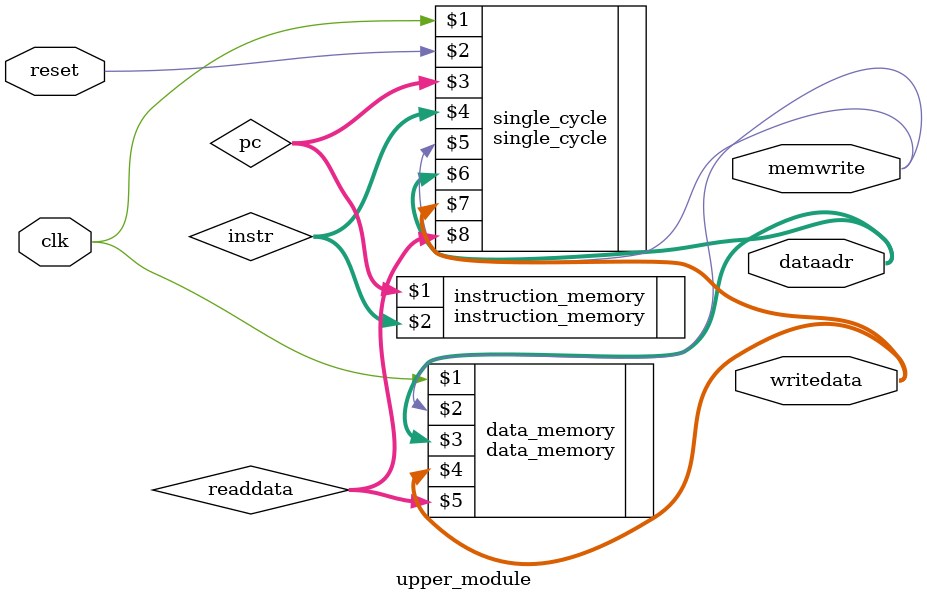
<source format=v>
`timescale 1ns / 1ps
module upper_module(
input clk, reset, 
output [31:0] writedata, dataadr, 
output memwrite
);
wire [31:0] pc, instr, readdata;
single_cycle single_cycle(clk, reset, pc, instr, memwrite, dataadr, writedata, readdata);
instruction_memory instruction_memory(pc, instr);
data_memory data_memory(clk, memwrite, dataadr, writedata, readdata);
endmodule
</source>
